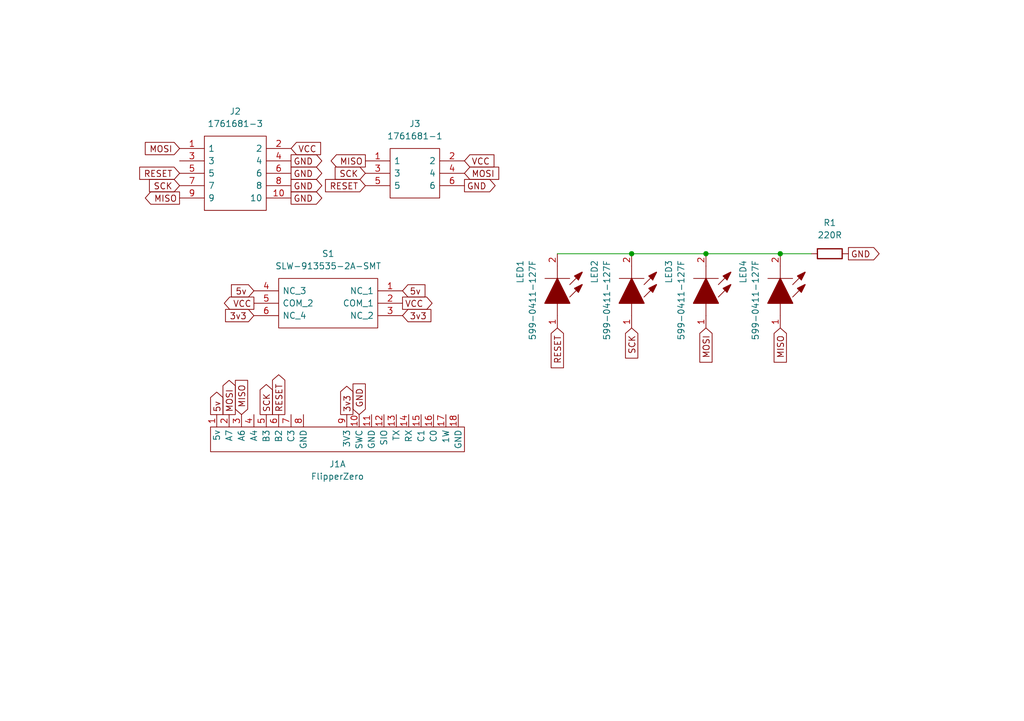
<source format=kicad_sch>
(kicad_sch (version 20230121) (generator eeschema)
  (paper "A5")
  (title_block (title "Flipper-ICSP") (date "2024-01-06") (rev "A"))
  (lib_symbols
    (symbol "Device:R" (pin_numbers hide) (pin_names (offset 0))
      (property "Reference" "R" (at 2.032 0 90))
      (property "Value" "R" (at 0 0 90))
      (symbol "R_0_1"
        (rectangle (start -1.016 -2.54) (end 1.016 2.54) (stroke (width 0.254)))
      )
      (symbol "R_1_1"
        (pin passive line (at 0 3.81 270) (length 1.27) (name "~") (number "1"))
        (pin passive line (at 0 -3.81 90) (length 1.27) (name "~") (number "2"))
      )
    )
    (symbol "FlipperZero:FlipperZero" (in_bom no)
      (property "Reference" "J" (at -21.59 -7.62 0))
      (property "Value" "FlipperZero" (at 0 -7.62 0))
      (symbol "FlipperZero_0_1"
        (rectangle (start -22.86 -1.27) (end 29.21 -6.35))
      )
      (symbol "FlipperZero_1_1"
        (pin input line (at -21.59 1.27 270) (length 2.54) (name "5v") (number "1"))
        (pin input line (at 7.62 1.27 270) (length 2.54) (name "SWC") (number "10"))
        (pin input line (at 10.16 1.27 270) (length 2.54) (name "GND") (number "11"))
        (pin input line (at 12.7 1.27 270) (length 2.54) (name "SIO") (number "12"))
        (pin input line (at 15.24 1.27 270) (length 2.54) (name "TX") (number "13"))
        (pin input line (at 17.78 1.27 270) (length 2.54) (name "RX") (number "14"))
        (pin input line (at 20.32 1.27 270) (length 2.54) (name "C1") (number "15"))
        (pin input line (at 22.86 1.27 270) (length 2.54) (name "C0") (number "16"))
        (pin input line (at 25.4 1.27 270) (length 2.54) (name "1W") (number "17"))
        (pin input line (at 27.94 1.27 270) (length 2.54) (name "GND") (number "18"))
        (pin input line (at -19.05 1.27 270) (length 2.54) (name "A7") (number "2"))
        (pin input line (at -16.51 1.27 270) (length 2.54) (name "A6") (number "3"))
        (pin input line (at -13.97 1.27 270) (length 2.54) (name "A4") (number "4"))
        (pin input line (at -11.43 1.27 270) (length 2.54) (name "B3") (number "5"))
        (pin input line (at -8.89 1.27 270) (length 2.54) (name "B2") (number "6"))
        (pin input line (at -6.35 1.27 270) (length 2.54) (name "C3") (number "7"))
        (pin input line (at -3.81 1.27 270) (length 2.54) (name "GND") (number "8"))
        (pin input line (at 5.08 1.27 270) (length 2.54) (name "3V3") (number "9"))
      )
      (symbol "FlipperZero_2_1"
        (pin input line (at -21.59 1.27 270) (length 2.54) (name "5v") (number "1-UB"))
        (pin input line (at 7.62 1.27 270) (length 2.54) (name "SWC") (number "10-UB"))
        (pin input line (at 10.16 1.27 270) (length 2.54) (name "GND") (number "11-UB"))
        (pin input line (at 12.7 1.27 270) (length 2.54) (name "SIO") (number "12-UB"))
        (pin input line (at 15.24 1.27 270) (length 2.54) (name "TX") (number "13-UB"))
        (pin input line (at 17.78 1.27 270) (length 2.54) (name "RX") (number "14-UB"))
        (pin input line (at 20.32 1.27 270) (length 2.54) (name "C1") (number "15-UB"))
        (pin input line (at 22.86 1.27 270) (length 2.54) (name "C0") (number "16-UB"))
        (pin input line (at 25.4 1.27 270) (length 2.54) (name "1W") (number "17-UB"))
        (pin input line (at 27.94 1.27 270) (length 2.54) (name "GND") (number "18-UB"))
        (pin input line (at -19.05 1.27 270) (length 2.54) (name "A7") (number "2-UB"))
        (pin input line (at -16.51 1.27 270) (length 2.54) (name "A6") (number "3-UB"))
        (pin input line (at -13.97 1.27 270) (length 2.54) (name "A4") (number "4-UB"))
        (pin input line (at -11.43 1.27 270) (length 2.54) (name "B3") (number "5-UB"))
        (pin input line (at -8.89 1.27 270) (length 2.54) (name "B2") (number "6-UB"))
        (pin input line (at -6.35 1.27 270) (length 2.54) (name "C3") (number "7-UB"))
        (pin input line (at -3.81 1.27 270) (length 2.54) (name "GND") (number "8-UB"))
        (pin input line (at 5.08 1.27 270) (length 2.54) (name "3V3") (number "9-UB"))
      )
      (symbol "FlipperZero_3_1"
        (pin input line (at -21.59 1.27 270) (length 2.54) (name "5v") (number "1-UC"))
        (pin input line (at 7.62 1.27 270) (length 2.54) (name "SWC") (number "10-UC"))
        (pin input line (at 10.16 1.27 270) (length 2.54) (name "GND") (number "11-UC"))
        (pin input line (at 12.7 1.27 270) (length 2.54) (name "SIO") (number "12-UC"))
        (pin input line (at 15.24 1.27 270) (length 2.54) (name "TX") (number "13-UC"))
        (pin input line (at 17.78 1.27 270) (length 2.54) (name "RX") (number "14-UC"))
        (pin input line (at 20.32 1.27 270) (length 2.54) (name "C1") (number "15-UC"))
        (pin input line (at 22.86 1.27 270) (length 2.54) (name "C0") (number "16-UC"))
        (pin input line (at 25.4 1.27 270) (length 2.54) (name "1W") (number "17-UC"))
        (pin input line (at 27.94 1.27 270) (length 2.54) (name "GND") (number "18-UC"))
        (pin input line (at -19.05 1.27 270) (length 2.54) (name "A7") (number "2-UC"))
        (pin input line (at -16.51 1.27 270) (length 2.54) (name "A6") (number "3-UC"))
        (pin input line (at -13.97 1.27 270) (length 2.54) (name "A4") (number "4-UC"))
        (pin input line (at -11.43 1.27 270) (length 2.54) (name "B3") (number "5-UC"))
        (pin input line (at -8.89 1.27 270) (length 2.54) (name "B2") (number "6-UC"))
        (pin input line (at -6.35 1.27 270) (length 2.54) (name "C3") (number "7-UC"))
        (pin input line (at -3.81 1.27 270) (length 2.54) (name "GND") (number "8-UC"))
        (pin input line (at 5.08 1.27 270) (length 2.54) (name "3V3") (number "9-UC"))
      )
      (symbol "FlipperZero_4_1"
        (pin input line (at -21.59 1.27 270) (length 2.54) (name "5v") (number "1-UD"))
        (pin input line (at 7.62 1.27 270) (length 2.54) (name "SWC") (number "10-UD"))
        (pin input line (at 10.16 1.27 270) (length 2.54) (name "GND") (number "11-UD"))
        (pin input line (at 12.7 1.27 270) (length 2.54) (name "SIO") (number "12-UD"))
        (pin input line (at 15.24 1.27 270) (length 2.54) (name "TX") (number "13-UD"))
        (pin input line (at 17.78 1.27 270) (length 2.54) (name "RX") (number "14-UD"))
        (pin input line (at 20.32 1.27 270) (length 2.54) (name "C1") (number "15-UD"))
        (pin input line (at 22.86 1.27 270) (length 2.54) (name "C0") (number "16-UD"))
        (pin input line (at 25.4 1.27 270) (length 2.54) (name "1W") (number "17-UD"))
        (pin input line (at 27.94 1.27 270) (length 2.54) (name "GND") (number "18-UD"))
        (pin input line (at -19.05 1.27 270) (length 2.54) (name "A7") (number "2-UD"))
        (pin input line (at -16.51 1.27 270) (length 2.54) (name "A6") (number "3-UD"))
        (pin input line (at -13.97 1.27 270) (length 2.54) (name "A4") (number "4-UD"))
        (pin input line (at -11.43 1.27 270) (length 2.54) (name "B3") (number "5-UD"))
        (pin input line (at -8.89 1.27 270) (length 2.54) (name "B2") (number "6-UD"))
        (pin input line (at -6.35 1.27 270) (length 2.54) (name "C3") (number "7-UD"))
        (pin input line (at -3.81 1.27 270) (length 2.54) (name "GND") (number "8-UD"))
        (pin input line (at 5.08 1.27 270) (length 2.54) (name "3V3") (number "9-UD"))
      )
      (symbol "FlipperZero_5_1"
        (pin input line (at -21.59 1.27 270) (length 2.54) (name "5v") (number "1-UE"))
        (pin input line (at 7.62 1.27 270) (length 2.54) (name "SWC") (number "10-UE"))
        (pin input line (at 10.16 1.27 270) (length 2.54) (name "GND") (number "11-UE"))
        (pin input line (at 12.7 1.27 270) (length 2.54) (name "SIO") (number "12-UE"))
        (pin input line (at 15.24 1.27 270) (length 2.54) (name "TX") (number "13-UE"))
        (pin input line (at 17.78 1.27 270) (length 2.54) (name "RX") (number "14-UE"))
        (pin input line (at 20.32 1.27 270) (length 2.54) (name "C1") (number "15-UE"))
        (pin input line (at 22.86 1.27 270) (length 2.54) (name "C0") (number "16-UE"))
        (pin input line (at 25.4 1.27 270) (length 2.54) (name "1W") (number "17-UE"))
        (pin input line (at 27.94 1.27 270) (length 2.54) (name "GND") (number "18-UE"))
        (pin input line (at -19.05 1.27 270) (length 2.54) (name "A7") (number "2-UE"))
        (pin input line (at -16.51 1.27 270) (length 2.54) (name "A6") (number "3-UE"))
        (pin input line (at -13.97 1.27 270) (length 2.54) (name "A4") (number "4-UE"))
        (pin input line (at -11.43 1.27 270) (length 2.54) (name "B3") (number "5-UE"))
        (pin input line (at -8.89 1.27 270) (length 2.54) (name "B2") (number "6-UE"))
        (pin input line (at -6.35 1.27 270) (length 2.54) (name "C3") (number "7-UE"))
        (pin input line (at -3.81 1.27 270) (length 2.54) (name "GND") (number "8-UE"))
        (pin input line (at 5.08 1.27 270) (length 2.54) (name "3V3") (number "9-UE"))
      )
      (symbol "FlipperZero_6_1"
        (pin input line (at -21.59 1.27 270) (length 2.54) (name "5v") (number "1-UF"))
        (pin input line (at 7.62 1.27 270) (length 2.54) (name "SWC") (number "10-UF"))
        (pin input line (at 10.16 1.27 270) (length 2.54) (name "GND") (number "11-UF"))
        (pin input line (at 12.7 1.27 270) (length 2.54) (name "SIO") (number "12-UF"))
        (pin input line (at 15.24 1.27 270) (length 2.54) (name "TX") (number "13-UF"))
        (pin input line (at 17.78 1.27 270) (length 2.54) (name "RX") (number "14-UF"))
        (pin input line (at 20.32 1.27 270) (length 2.54) (name "C1") (number "15-UF"))
        (pin input line (at 22.86 1.27 270) (length 2.54) (name "C0") (number "16-UF"))
        (pin input line (at 25.4 1.27 270) (length 2.54) (name "1W") (number "17-UF"))
        (pin input line (at 27.94 1.27 270) (length 2.54) (name "GND") (number "18-UF"))
        (pin input line (at -19.05 1.27 270) (length 2.54) (name "A7") (number "2-UF"))
        (pin input line (at -16.51 1.27 270) (length 2.54) (name "A6") (number "3-UF"))
        (pin input line (at -13.97 1.27 270) (length 2.54) (name "A4") (number "4-UF"))
        (pin input line (at -11.43 1.27 270) (length 2.54) (name "B3") (number "5-UF"))
        (pin input line (at -8.89 1.27 270) (length 2.54) (name "B2") (number "6-UF"))
        (pin input line (at -6.35 1.27 270) (length 2.54) (name "C3") (number "7-UF"))
        (pin input line (at -3.81 1.27 270) (length 2.54) (name "GND") (number "8-UF"))
        (pin input line (at 5.08 1.27 270) (length 2.54) (name "3V3") (number "9-UF"))
      )
      (symbol "FlipperZero_7_1"
        (pin input line (at -21.59 1.27 270) (length 2.54) (name "5v") (number "1-UG"))
        (pin input line (at 7.62 1.27 270) (length 2.54) (name "SWC") (number "10-UG"))
        (pin input line (at 10.16 1.27 270) (length 2.54) (name "GND") (number "11-UG"))
        (pin input line (at 12.7 1.27 270) (length 2.54) (name "SIO") (number "12-UG"))
        (pin input line (at 15.24 1.27 270) (length 2.54) (name "TX") (number "13-UG"))
        (pin input line (at 17.78 1.27 270) (length 2.54) (name "RX") (number "14-UG"))
        (pin input line (at 20.32 1.27 270) (length 2.54) (name "C1") (number "15-UG"))
        (pin input line (at 22.86 1.27 270) (length 2.54) (name "C0") (number "16-UG"))
        (pin input line (at 25.4 1.27 270) (length 2.54) (name "1W") (number "17-UG"))
        (pin input line (at 27.94 1.27 270) (length 2.54) (name "GND") (number "18-UG"))
        (pin input line (at -19.05 1.27 270) (length 2.54) (name "A7") (number "2-UG"))
        (pin input line (at -16.51 1.27 270) (length 2.54) (name "A6") (number "3-UG"))
        (pin input line (at -13.97 1.27 270) (length 2.54) (name "A4") (number "4-UG"))
        (pin input line (at -11.43 1.27 270) (length 2.54) (name "B3") (number "5-UG"))
        (pin input line (at -8.89 1.27 270) (length 2.54) (name "B2") (number "6-UG"))
        (pin input line (at -6.35 1.27 270) (length 2.54) (name "C3") (number "7-UG"))
        (pin input line (at -3.81 1.27 270) (length 2.54) (name "GND") (number "8-UG"))
        (pin input line (at 5.08 1.27 270) (length 2.54) (name "3V3") (number "9-UG"))
      )
      (symbol "FlipperZero_8_1"
        (pin input line (at -21.59 1.27 270) (length 2.54) (name "5v") (number "1-UH"))
        (pin input line (at 7.62 1.27 270) (length 2.54) (name "SWC") (number "10-UH"))
        (pin input line (at 10.16 1.27 270) (length 2.54) (name "GND") (number "11-UH"))
        (pin input line (at 12.7 1.27 270) (length 2.54) (name "SIO") (number "12-UH"))
        (pin input line (at 15.24 1.27 270) (length 2.54) (name "TX") (number "13-UH"))
        (pin input line (at 17.78 1.27 270) (length 2.54) (name "RX") (number "14-UH"))
        (pin input line (at 20.32 1.27 270) (length 2.54) (name "C1") (number "15-UH"))
        (pin input line (at 22.86 1.27 270) (length 2.54) (name "C0") (number "16-UH"))
        (pin input line (at 25.4 1.27 270) (length 2.54) (name "1W") (number "17-UH"))
        (pin input line (at 27.94 1.27 270) (length 2.54) (name "GND") (number "18-UH"))
        (pin input line (at -19.05 1.27 270) (length 2.54) (name "A7") (number "2-UH"))
        (pin input line (at -16.51 1.27 270) (length 2.54) (name "A6") (number "3-UH"))
        (pin input line (at -13.97 1.27 270) (length 2.54) (name "A4") (number "4-UH"))
        (pin input line (at -11.43 1.27 270) (length 2.54) (name "B3") (number "5-UH"))
        (pin input line (at -8.89 1.27 270) (length 2.54) (name "B2") (number "6-UH"))
        (pin input line (at -6.35 1.27 270) (length 2.54) (name "C3") (number "7-UH"))
        (pin input line (at -3.81 1.27 270) (length 2.54) (name "GND") (number "8-UH"))
        (pin input line (at 5.08 1.27 270) (length 2.54) (name "3V3") (number "9-UH"))
      )
      (symbol "FlipperZero_9_1"
        (pin input line (at -21.59 1.27 270) (length 2.54) (name "5v") (number "1-UI"))
        (pin input line (at 7.62 1.27 270) (length 2.54) (name "SWC") (number "10-UI"))
        (pin input line (at 10.16 1.27 270) (length 2.54) (name "GND") (number "11-UI"))
        (pin input line (at 12.7 1.27 270) (length 2.54) (name "SIO") (number "12-UI"))
        (pin input line (at 15.24 1.27 270) (length 2.54) (name "TX") (number "13-UI"))
        (pin input line (at 17.78 1.27 270) (length 2.54) (name "RX") (number "14-UI"))
        (pin input line (at 20.32 1.27 270) (length 2.54) (name "C1") (number "15-UI"))
        (pin input line (at 22.86 1.27 270) (length 2.54) (name "C0") (number "16-UI"))
        (pin input line (at 25.4 1.27 270) (length 2.54) (name "1W") (number "17-UI"))
        (pin input line (at 27.94 1.27 270) (length 2.54) (name "GND") (number "18-UI"))
        (pin input line (at -19.05 1.27 270) (length 2.54) (name "A7") (number "2-UI"))
        (pin input line (at -16.51 1.27 270) (length 2.54) (name "A6") (number "3-UI"))
        (pin input line (at -13.97 1.27 270) (length 2.54) (name "A4") (number "4-UI"))
        (pin input line (at -11.43 1.27 270) (length 2.54) (name "B3") (number "5-UI"))
        (pin input line (at -8.89 1.27 270) (length 2.54) (name "B2") (number "6-UI"))
        (pin input line (at -6.35 1.27 270) (length 2.54) (name "C3") (number "7-UI"))
        (pin input line (at -3.81 1.27 270) (length 2.54) (name "GND") (number "8-UI"))
        (pin input line (at 5.08 1.27 270) (length 2.54) (name "3V3") (number "9-UI"))
      )
      (symbol "FlipperZero_10_1"
        (pin input line (at -21.59 1.27 270) (length 2.54) (name "5v") (number "1-UJ"))
        (pin input line (at 7.62 1.27 270) (length 2.54) (name "SWC") (number "10-UJ"))
        (pin input line (at 10.16 1.27 270) (length 2.54) (name "GND") (number "11-UJ"))
        (pin input line (at 12.7 1.27 270) (length 2.54) (name "SIO") (number "12-UJ"))
        (pin input line (at 15.24 1.27 270) (length 2.54) (name "TX") (number "13-UJ"))
        (pin input line (at 17.78 1.27 270) (length 2.54) (name "RX") (number "14-UJ"))
        (pin input line (at 20.32 1.27 270) (length 2.54) (name "C1") (number "15-UJ"))
        (pin input line (at 22.86 1.27 270) (length 2.54) (name "C0") (number "16-UJ"))
        (pin input line (at 25.4 1.27 270) (length 2.54) (name "1W") (number "17-UJ"))
        (pin input line (at 27.94 1.27 270) (length 2.54) (name "GND") (number "18-UJ"))
        (pin input line (at -19.05 1.27 270) (length 2.54) (name "A7") (number "2-UJ"))
        (pin input line (at -16.51 1.27 270) (length 2.54) (name "A6") (number "3-UJ"))
        (pin input line (at -13.97 1.27 270) (length 2.54) (name "A4") (number "4-UJ"))
        (pin input line (at -11.43 1.27 270) (length 2.54) (name "B3") (number "5-UJ"))
        (pin input line (at -8.89 1.27 270) (length 2.54) (name "B2") (number "6-UJ"))
        (pin input line (at -6.35 1.27 270) (length 2.54) (name "C3") (number "7-UJ"))
        (pin input line (at -3.81 1.27 270) (length 2.54) (name "GND") (number "8-UJ"))
        (pin input line (at 5.08 1.27 270) (length 2.54) (name "3V3") (number "9-UJ"))
      )
      (symbol "FlipperZero_11_1"
        (pin input line (at -21.59 1.27 270) (length 2.54) (name "5v") (number "1-UK"))
        (pin input line (at 7.62 1.27 270) (length 2.54) (name "SWC") (number "10-UK"))
        (pin input line (at 10.16 1.27 270) (length 2.54) (name "GND") (number "11-UK"))
        (pin input line (at 12.7 1.27 270) (length 2.54) (name "SIO") (number "12-UK"))
        (pin input line (at 15.24 1.27 270) (length 2.54) (name "TX") (number "13-UK"))
        (pin input line (at 17.78 1.27 270) (length 2.54) (name "RX") (number "14-UK"))
        (pin input line (at 20.32 1.27 270) (length 2.54) (name "C1") (number "15-UK"))
        (pin input line (at 22.86 1.27 270) (length 2.54) (name "C0") (number "16-UK"))
        (pin input line (at 25.4 1.27 270) (length 2.54) (name "1W") (number "17-UK"))
        (pin input line (at 27.94 1.27 270) (length 2.54) (name "GND") (number "18-UK"))
        (pin input line (at -19.05 1.27 270) (length 2.54) (name "A7") (number "2-UK"))
        (pin input line (at -16.51 1.27 270) (length 2.54) (name "A6") (number "3-UK"))
        (pin input line (at -13.97 1.27 270) (length 2.54) (name "A4") (number "4-UK"))
        (pin input line (at -11.43 1.27 270) (length 2.54) (name "B3") (number "5-UK"))
        (pin input line (at -8.89 1.27 270) (length 2.54) (name "B2") (number "6-UK"))
        (pin input line (at -6.35 1.27 270) (length 2.54) (name "C3") (number "7-UK"))
        (pin input line (at -3.81 1.27 270) (length 2.54) (name "GND") (number "8-UK"))
        (pin input line (at 5.08 1.27 270) (length 2.54) (name "3V3") (number "9-UK"))
      )
      (symbol "FlipperZero_12_1"
        (pin input line (at -21.59 1.27 270) (length 2.54) (name "5v") (number "1-UL"))
        (pin input line (at 7.62 1.27 270) (length 2.54) (name "SWC") (number "10-UL"))
        (pin input line (at 10.16 1.27 270) (length 2.54) (name "GND") (number "11-UL"))
        (pin input line (at 12.7 1.27 270) (length 2.54) (name "SIO") (number "12-UL"))
        (pin input line (at 15.24 1.27 270) (length 2.54) (name "TX") (number "13-UL"))
        (pin input line (at 17.78 1.27 270) (length 2.54) (name "RX") (number "14-UL"))
        (pin input line (at 20.32 1.27 270) (length 2.54) (name "C1") (number "15-UL"))
        (pin input line (at 22.86 1.27 270) (length 2.54) (name "C0") (number "16-UL"))
        (pin input line (at 25.4 1.27 270) (length 2.54) (name "1W") (number "17-UL"))
        (pin input line (at 27.94 1.27 270) (length 2.54) (name "GND") (number "18-UL"))
        (pin input line (at -19.05 1.27 270) (length 2.54) (name "A7") (number "2-UL"))
        (pin input line (at -16.51 1.27 270) (length 2.54) (name "A6") (number "3-UL"))
        (pin input line (at -13.97 1.27 270) (length 2.54) (name "A4") (number "4-UL"))
        (pin input line (at -11.43 1.27 270) (length 2.54) (name "B3") (number "5-UL"))
        (pin input line (at -8.89 1.27 270) (length 2.54) (name "B2") (number "6-UL"))
        (pin input line (at -6.35 1.27 270) (length 2.54) (name "C3") (number "7-UL"))
        (pin input line (at -3.81 1.27 270) (length 2.54) (name "GND") (number "8-UL"))
        (pin input line (at 5.08 1.27 270) (length 2.54) (name "3V3") (number "9-UL"))
      )
      (symbol "FlipperZero_13_1"
        (pin input line (at -21.59 1.27 270) (length 2.54) (name "5v") (number "1-UM"))
        (pin input line (at 7.62 1.27 270) (length 2.54) (name "SWC") (number "10-UM"))
        (pin input line (at 10.16 1.27 270) (length 2.54) (name "GND") (number "11-UM"))
        (pin input line (at 12.7 1.27 270) (length 2.54) (name "SIO") (number "12-UM"))
        (pin input line (at 15.24 1.27 270) (length 2.54) (name "TX") (number "13-UM"))
        (pin input line (at 17.78 1.27 270) (length 2.54) (name "RX") (number "14-UM"))
        (pin input line (at 20.32 1.27 270) (length 2.54) (name "C1") (number "15-UM"))
        (pin input line (at 22.86 1.27 270) (length 2.54) (name "C0") (number "16-UM"))
        (pin input line (at 25.4 1.27 270) (length 2.54) (name "1W") (number "17-UM"))
        (pin input line (at 27.94 1.27 270) (length 2.54) (name "GND") (number "18-UM"))
        (pin input line (at -19.05 1.27 270) (length 2.54) (name "A7") (number "2-UM"))
        (pin input line (at -16.51 1.27 270) (length 2.54) (name "A6") (number "3-UM"))
        (pin input line (at -13.97 1.27 270) (length 2.54) (name "A4") (number "4-UM"))
        (pin input line (at -11.43 1.27 270) (length 2.54) (name "B3") (number "5-UM"))
        (pin input line (at -8.89 1.27 270) (length 2.54) (name "B2") (number "6-UM"))
        (pin input line (at -6.35 1.27 270) (length 2.54) (name "C3") (number "7-UM"))
        (pin input line (at -3.81 1.27 270) (length 2.54) (name "GND") (number "8-UM"))
        (pin input line (at 5.08 1.27 270) (length 2.54) (name "3V3") (number "9-UM"))
      )
      (symbol "FlipperZero_14_1"
        (pin input line (at -21.59 1.27 270) (length 2.54) (name "5v") (number "1-UN"))
        (pin input line (at 7.62 1.27 270) (length 2.54) (name "SWC") (number "10-UN"))
        (pin input line (at 10.16 1.27 270) (length 2.54) (name "GND") (number "11-UN"))
        (pin input line (at 12.7 1.27 270) (length 2.54) (name "SIO") (number "12-UN"))
        (pin input line (at 15.24 1.27 270) (length 2.54) (name "TX") (number "13-UN"))
        (pin input line (at 17.78 1.27 270) (length 2.54) (name "RX") (number "14-UN"))
        (pin input line (at 20.32 1.27 270) (length 2.54) (name "C1") (number "15-UN"))
        (pin input line (at 22.86 1.27 270) (length 2.54) (name "C0") (number "16-UN"))
        (pin input line (at 25.4 1.27 270) (length 2.54) (name "1W") (number "17-UN"))
        (pin input line (at 27.94 1.27 270) (length 2.54) (name "GND") (number "18-UN"))
        (pin input line (at -19.05 1.27 270) (length 2.54) (name "A7") (number "2-UN"))
        (pin input line (at -16.51 1.27 270) (length 2.54) (name "A6") (number "3-UN"))
        (pin input line (at -13.97 1.27 270) (length 2.54) (name "A4") (number "4-UN"))
        (pin input line (at -11.43 1.27 270) (length 2.54) (name "B3") (number "5-UN"))
        (pin input line (at -8.89 1.27 270) (length 2.54) (name "B2") (number "6-UN"))
        (pin input line (at -6.35 1.27 270) (length 2.54) (name "C3") (number "7-UN"))
        (pin input line (at -3.81 1.27 270) (length 2.54) (name "GND") (number "8-UN"))
        (pin input line (at 5.08 1.27 270) (length 2.54) (name "3V3") (number "9-UN"))
      )
      (symbol "FlipperZero_15_1"
        (pin input line (at -21.59 1.27 270) (length 2.54) (name "5v") (number "1-UO"))
        (pin input line (at 7.62 1.27 270) (length 2.54) (name "SWC") (number "10-UO"))
        (pin input line (at 10.16 1.27 270) (length 2.54) (name "GND") (number "11-UO"))
        (pin input line (at 12.7 1.27 270) (length 2.54) (name "SIO") (number "12-UO"))
        (pin input line (at 15.24 1.27 270) (length 2.54) (name "TX") (number "13-UO"))
        (pin input line (at 17.78 1.27 270) (length 2.54) (name "RX") (number "14-UO"))
        (pin input line (at 20.32 1.27 270) (length 2.54) (name "C1") (number "15-UO"))
        (pin input line (at 22.86 1.27 270) (length 2.54) (name "C0") (number "16-UO"))
        (pin input line (at 25.4 1.27 270) (length 2.54) (name "1W") (number "17-UO"))
        (pin input line (at 27.94 1.27 270) (length 2.54) (name "GND") (number "18-UO"))
        (pin input line (at -19.05 1.27 270) (length 2.54) (name "A7") (number "2-UO"))
        (pin input line (at -16.51 1.27 270) (length 2.54) (name "A6") (number "3-UO"))
        (pin input line (at -13.97 1.27 270) (length 2.54) (name "A4") (number "4-UO"))
        (pin input line (at -11.43 1.27 270) (length 2.54) (name "B3") (number "5-UO"))
        (pin input line (at -8.89 1.27 270) (length 2.54) (name "B2") (number "6-UO"))
        (pin input line (at -6.35 1.27 270) (length 2.54) (name "C3") (number "7-UO"))
        (pin input line (at -3.81 1.27 270) (length 2.54) (name "GND") (number "8-UO"))
        (pin input line (at 5.08 1.27 270) (length 2.54) (name "3V3") (number "9-UO"))
      )
      (symbol "FlipperZero_16_1"
        (pin input line (at -21.59 1.27 270) (length 2.54) (name "5v") (number "1-UP"))
        (pin input line (at 7.62 1.27 270) (length 2.54) (name "SWC") (number "10-UP"))
        (pin input line (at 10.16 1.27 270) (length 2.54) (name "GND") (number "11-UP"))
        (pin input line (at 12.7 1.27 270) (length 2.54) (name "SIO") (number "12-UP"))
        (pin input line (at 15.24 1.27 270) (length 2.54) (name "TX") (number "13-UP"))
        (pin input line (at 17.78 1.27 270) (length 2.54) (name "RX") (number "14-UP"))
        (pin input line (at 20.32 1.27 270) (length 2.54) (name "C1") (number "15-UP"))
        (pin input line (at 22.86 1.27 270) (length 2.54) (name "C0") (number "16-UP"))
        (pin input line (at 25.4 1.27 270) (length 2.54) (name "1W") (number "17-UP"))
        (pin input line (at 27.94 1.27 270) (length 2.54) (name "GND") (number "18-UP"))
        (pin input line (at -19.05 1.27 270) (length 2.54) (name "A7") (number "2-UP"))
        (pin input line (at -16.51 1.27 270) (length 2.54) (name "A6") (number "3-UP"))
        (pin input line (at -13.97 1.27 270) (length 2.54) (name "A4") (number "4-UP"))
        (pin input line (at -11.43 1.27 270) (length 2.54) (name "B3") (number "5-UP"))
        (pin input line (at -8.89 1.27 270) (length 2.54) (name "B2") (number "6-UP"))
        (pin input line (at -6.35 1.27 270) (length 2.54) (name "C3") (number "7-UP"))
        (pin input line (at -3.81 1.27 270) (length 2.54) (name "GND") (number "8-UP"))
        (pin input line (at 5.08 1.27 270) (length 2.54) (name "3V3") (number "9-UP"))
      )
      (symbol "FlipperZero_17_1"
        (pin input line (at -21.59 1.27 270) (length 2.54) (name "5v") (number "1-UQ"))
        (pin input line (at 7.62 1.27 270) (length 2.54) (name "SWC") (number "10-UQ"))
        (pin input line (at 10.16 1.27 270) (length 2.54) (name "GND") (number "11-UQ"))
        (pin input line (at 12.7 1.27 270) (length 2.54) (name "SIO") (number "12-UQ"))
        (pin input line (at 15.24 1.27 270) (length 2.54) (name "TX") (number "13-UQ"))
        (pin input line (at 17.78 1.27 270) (length 2.54) (name "RX") (number "14-UQ"))
        (pin input line (at 20.32 1.27 270) (length 2.54) (name "C1") (number "15-UQ"))
        (pin input line (at 22.86 1.27 270) (length 2.54) (name "C0") (number "16-UQ"))
        (pin input line (at 25.4 1.27 270) (length 2.54) (name "1W") (number "17-UQ"))
        (pin input line (at 27.94 1.27 270) (length 2.54) (name "GND") (number "18-UQ"))
        (pin input line (at -19.05 1.27 270) (length 2.54) (name "A7") (number "2-UQ"))
        (pin input line (at -16.51 1.27 270) (length 2.54) (name "A6") (number "3-UQ"))
        (pin input line (at -13.97 1.27 270) (length 2.54) (name "A4") (number "4-UQ"))
        (pin input line (at -11.43 1.27 270) (length 2.54) (name "B3") (number "5-UQ"))
        (pin input line (at -8.89 1.27 270) (length 2.54) (name "B2") (number "6-UQ"))
        (pin input line (at -6.35 1.27 270) (length 2.54) (name "C3") (number "7-UQ"))
        (pin input line (at -3.81 1.27 270) (length 2.54) (name "GND") (number "8-UQ"))
        (pin input line (at 5.08 1.27 270) (length 2.54) (name "3V3") (number "9-UQ"))
      )
      (symbol "FlipperZero_18_1"
        (pin input line (at -21.59 1.27 270) (length 2.54) (name "5v") (number "1-UR"))
        (pin input line (at 7.62 1.27 270) (length 2.54) (name "SWC") (number "10-UR"))
        (pin input line (at 10.16 1.27 270) (length 2.54) (name "GND") (number "11-UR"))
        (pin input line (at 12.7 1.27 270) (length 2.54) (name "SIO") (number "12-UR"))
        (pin input line (at 15.24 1.27 270) (length 2.54) (name "TX") (number "13-UR"))
        (pin input line (at 17.78 1.27 270) (length 2.54) (name "RX") (number "14-UR"))
        (pin input line (at 20.32 1.27 270) (length 2.54) (name "C1") (number "15-UR"))
        (pin input line (at 22.86 1.27 270) (length 2.54) (name "C0") (number "16-UR"))
        (pin input line (at 25.4 1.27 270) (length 2.54) (name "1W") (number "17-UR"))
        (pin input line (at 27.94 1.27 270) (length 2.54) (name "GND") (number "18-UR"))
        (pin input line (at -19.05 1.27 270) (length 2.54) (name "A7") (number "2-UR"))
        (pin input line (at -16.51 1.27 270) (length 2.54) (name "A6") (number "3-UR"))
        (pin input line (at -13.97 1.27 270) (length 2.54) (name "A4") (number "4-UR"))
        (pin input line (at -11.43 1.27 270) (length 2.54) (name "B3") (number "5-UR"))
        (pin input line (at -8.89 1.27 270) (length 2.54) (name "B2") (number "6-UR"))
        (pin input line (at -6.35 1.27 270) (length 2.54) (name "C3") (number "7-UR"))
        (pin input line (at -3.81 1.27 270) (length 2.54) (name "GND") (number "8-UR"))
        (pin input line (at 5.08 1.27 270) (length 2.54) (name "3V3") (number "9-UR"))
      )
    )
    (symbol "LibraryLoader:1761681-1" (pin_names (offset 0.762))
      (property "Reference" "J" (at 16.51 7.62 0))
      (property "Value" "1761681-1" (at 16.51 5.08 0))
      (symbol "1761681-1_0_0"
        (pin passive line (at 0 0 0) (length 5.08) (name "1") (number "1"))
        (pin passive line (at 20.32 0 180) (length 5.08) (name "2") (number "2"))
        (pin passive line (at 0 -2.54 0) (length 5.08) (name "3") (number "3"))
        (pin passive line (at 20.32 -2.54 180) (length 5.08) (name "4") (number "4"))
        (pin passive line (at 0 -5.08 0) (length 5.08) (name "5") (number "5"))
        (pin passive line (at 20.32 -5.08 180) (length 5.08) (name "6") (number "6"))
      )
      (symbol "1761681-1_0_1"
        (polyline (pts (xy 5.08 2.54) (xy 15.24 2.54) (xy 15.24 -7.62) (xy 5.08 -7.62) (xy 5.08 2.54)) (stroke (width 0.1524)))
      )
    )
    (symbol "LibraryLoader:1761681-3" (pin_names (offset 0.762))
      (property "Reference" "J" (at 19.05 7.62 0))
      (property "Value" "1761681-3" (at 19.05 5.08 0))
      (symbol "1761681-3_0_0"
        (pin passive line (at 0 0 0) (length 5.08) (name "1") (number "1"))
        (pin passive line (at 22.86 -10.16 180) (length 5.08) (name "10") (number "10"))
        (pin passive line (at 22.86 0 180) (length 5.08) (name "2") (number "2"))
        (pin passive line (at 0 -2.54 0) (length 5.08) (name "3") (number "3"))
        (pin passive line (at 22.86 -2.54 180) (length 5.08) (name "4") (number "4"))
        (pin passive line (at 0 -5.08 0) (length 5.08) (name "5") (number "5"))
        (pin passive line (at 22.86 -5.08 180) (length 5.08) (name "6") (number "6"))
        (pin passive line (at 0 -7.62 0) (length 5.08) (name "7") (number "7"))
        (pin passive line (at 22.86 -7.62 180) (length 5.08) (name "8") (number "8"))
        (pin passive line (at 0 -10.16 0) (length 5.08) (name "9") (number "9"))
      )
      (symbol "1761681-3_0_1"
        (polyline (pts (xy 5.08 2.54) (xy 17.78 2.54) (xy 17.78 -12.7) (xy 5.08 -12.7) (xy 5.08 2.54)) (stroke (width 0.1524)))
      )
    )
    (symbol "LibraryLoader:599-0411-127F" (pin_names (offset 0.762))
      (property "Reference" "LED" (at 12.7 8.89 0))
      (property "Value" "599-0411-127F" (at 12.7 6.35 0))
      (symbol "599-0411-127F_0_0"
        (pin passive line (at 15.24 0 180) (length 2.54) (name "~") (number "1"))
        (pin passive line (at 0 0 0) (length 2.54) (name "~") (number "2"))
      )
      (symbol "599-0411-127F_0_1"
        (polyline (pts (xy 2.54 0) (xy 5.08 0)) (stroke (width 0.1524)))
        (polyline (pts (xy 5.08 2.54) (xy 5.08 -2.54)) (stroke (width 0.1524)))
        (polyline (pts (xy 6.35 2.54) (xy 3.81 5.08)) (stroke (width 0.1524)))
        (polyline (pts (xy 8.89 2.54) (xy 6.35 5.08)) (stroke (width 0.1524)))
        (polyline (pts (xy 10.16 0) (xy 12.7 0)) (stroke (width 0.1524)))
        (polyline (pts (xy 5.08 0) (xy 10.16 2.54) (xy 10.16 -2.54) (xy 5.08 0)) (stroke (width 0.254)) (fill (type outline)))
        (polyline (pts (xy 5.334 4.318) (xy 4.572 3.556) (xy 3.81 5.08) (xy 5.334 4.318)) (stroke (width 0.254)) (fill (type outline)))
        (polyline (pts (xy 7.874 4.318) (xy 7.112 3.556) (xy 6.35 5.08) (xy 7.874 4.318)) (stroke (width 0.254)) (fill (type outline)))
      )
    )
    (symbol "LibraryLoader:SLW-913535-2A-SMT" (pin_names (offset 0.762))
      (property "Reference" "S" (at 26.67 7.62 0))
      (property "Value" "SLW-913535-2A-SMT" (at 26.67 5.08 0))
      (symbol "SLW-913535-2A-SMT_0_0"
        (pin passive line (at 30.48 0 180) (length 5.08) (name "NC_1") (number "1"))
        (pin passive line (at 30.48 -2.54 180) (length 5.08) (name "COM_1") (number "2"))
        (pin passive line (at 30.48 -5.08 180) (length 5.08) (name "NC_2") (number "3"))
        (pin passive line (at 0 0 0) (length 5.08) (name "NC_3") (number "4"))
        (pin passive line (at 0 -2.54 0) (length 5.08) (name "COM_2") (number "5"))
        (pin passive line (at 0 -5.08 0) (length 5.08) (name "NC_4") (number "6"))
      )
      (symbol "SLW-913535-2A-SMT_0_1"
        (polyline (pts (xy 5.08 2.54) (xy 25.4 2.54) (xy 25.4 -7.62) (xy 5.08 -7.62) (xy 5.08 2.54)) (stroke (width 0.1524)))
      )
    )
  )
  (junction (at 160.02 52.07))
  (junction (at 144.78 52.07))
  (junction (at 129.54 52.07))
  (wire (pts (xy 144.78 52.07) (xy 160.02 52.07)))
  (wire (pts (xy 129.54 52.07) (xy 144.78 52.07)))
  (wire (pts (xy 114.3 52.07) (xy 129.54 52.07)))
  (wire (pts (xy 160.02 52.07) (xy 166.37 52.07)))
  (global_label "MOSI" (shape output) (at 46.99 85.09 90) (property "Intersheetrefs" "${INTERSHEET_REFS}" (effects hide)))
  (global_label "SCK" (shape output) (at 54.61 85.09 90) (property "Intersheetrefs" "${INTERSHEET_REFS}" (effects hide)))
  (global_label "RESET" (shape input) (at 74.93 38.1 180) (property "Intersheetrefs" "${INTERSHEET_REFS}" (effects hide)))
  (global_label "GND" (shape output) (at 59.69 38.1 0) (property "Intersheetrefs" "${INTERSHEET_REFS}" (effects hide)))
  (global_label "GND" (shape output) (at 59.69 40.64 0) (property "Intersheetrefs" "${INTERSHEET_REFS}" (effects hide)))
  (global_label "MOSI" (shape input) (at 36.83 30.48 180) (property "Intersheetrefs" "${INTERSHEET_REFS}" (effects hide)))
  (global_label "5v" (shape input) (at 52.07 59.69 180) (property "Intersheetrefs" "${INTERSHEET_REFS}" (effects hide)))
  (global_label "3v3" (shape output) (at 71.12 85.09 90) (property "Intersheetrefs" "${INTERSHEET_REFS}" (effects hide)))
  (global_label "SCK" (shape input) (at 74.93 35.56 180) (property "Intersheetrefs" "${INTERSHEET_REFS}" (effects hide)))
  (global_label "GND" (shape output) (at 59.69 33.02 0) (property "Intersheetrefs" "${INTERSHEET_REFS}" (effects hide)))
  (global_label "RESET" (shape output) (at 57.15 85.09 90) (property "Intersheetrefs" "${INTERSHEET_REFS}" (effects hide)))
  (global_label "RESET" (shape input) (at 36.83 35.56 180) (property "Intersheetrefs" "${INTERSHEET_REFS}" (effects hide)))
  (global_label "MISO" (shape input) (at 160.02 67.31 270) (property "Intersheetrefs" "${INTERSHEET_REFS}" (effects hide)))
  (global_label "VCC" (shape output) (at 52.07 62.23 180) (property "Intersheetrefs" "${INTERSHEET_REFS}" (effects hide)))
  (global_label "VCC" (shape input) (at 59.69 30.48 0) (property "Intersheetrefs" "${INTERSHEET_REFS}" (effects hide)))
  (global_label "GND" (shape output) (at 173.99 52.07 0) (property "Intersheetrefs" "${INTERSHEET_REFS}" (effects hide)))
  (global_label "VCC" (shape input) (at 95.25 33.02 0) (property "Intersheetrefs" "${INTERSHEET_REFS}" (effects hide)))
  (global_label "MOSI" (shape input) (at 144.78 67.31 270) (property "Intersheetrefs" "${INTERSHEET_REFS}" (effects hide)))
  (global_label "5v" (shape output) (at 44.45 85.09 90) (property "Intersheetrefs" "${INTERSHEET_REFS}" (effects hide)))
  (global_label "3v3" (shape input) (at 82.55 64.77 0) (property "Intersheetrefs" "${INTERSHEET_REFS}" (effects hide)))
  (global_label "RESET" (shape input) (at 114.3 67.31 270) (property "Intersheetrefs" "${INTERSHEET_REFS}" (effects hide)))
  (global_label "SCK" (shape input) (at 129.54 67.31 270) (property "Intersheetrefs" "${INTERSHEET_REFS}" (effects hide)))
  (global_label "VCC" (shape output) (at 82.55 62.23 0) (property "Intersheetrefs" "${INTERSHEET_REFS}" (effects hide)))
  (global_label "GND" (shape output) (at 95.25 38.1 0) (property "Intersheetrefs" "${INTERSHEET_REFS}" (effects hide)))
  (global_label "SCK" (shape input) (at 36.83 38.1 180) (property "Intersheetrefs" "${INTERSHEET_REFS}" (effects hide)))
  (global_label "GND" (shape output) (at 59.69 35.56 0) (property "Intersheetrefs" "${INTERSHEET_REFS}" (effects hide)))
  (global_label "3v3" (shape input) (at 52.07 64.77 180) (property "Intersheetrefs" "${INTERSHEET_REFS}" (effects hide)))
  (global_label "MISO" (shape output) (at 74.93 33.02 180) (property "Intersheetrefs" "${INTERSHEET_REFS}" (effects hide)))
  (global_label "GND" (shape input) (at 73.66 85.09 90) (property "Intersheetrefs" "${INTERSHEET_REFS}" (effects hide)))
  (global_label "MISO" (shape output) (at 36.83 40.64 180) (property "Intersheetrefs" "${INTERSHEET_REFS}" (effects hide)))
  (global_label "MISO" (shape input) (at 49.53 85.09 90) (property "Intersheetrefs" "${INTERSHEET_REFS}" (effects hide)))
  (global_label "MOSI" (shape input) (at 95.25 35.56 0) (property "Intersheetrefs" "${INTERSHEET_REFS}" (effects hide)))
  (global_label "5v" (shape input) (at 82.55 59.69 0) (property "Intersheetrefs" "${INTERSHEET_REFS}" (effects hide)))
  (symbol (lib_id "LibraryLoader:599-0411-127F") (at 144.78 52.07 270) (unit 1)
    (property "Reference" "LED3" (at 137.16 53.34 0) (effects (justify left)))
    (property "Value" "599-0411-127F" (at 139.7 53.34 0) (effects (justify left)))
    (property "Footprint" "5990411127F" (effects hide))
    (property "Description" "Red 630nm LED Indication - Discrete 2.1V 1206 (3216 Metric)" (effects hide))
    (property "Height" "1.5494" (effects hide))
    (property "Manufacturer_Name" "Dialight" (effects hide))
    (property "Manufacturer_Part_Number" "599-0411-127F" (effects hide))
  )
  (symbol (lib_id "LibraryLoader:599-0411-127F") (at 129.54 52.07 270) (unit 1)
    (property "Reference" "LED2" (at 121.92 53.34 0) (effects (justify left)))
    (property "Value" "599-0411-127F" (at 124.46 53.34 0) (effects (justify left)))
    (property "Footprint" "5990411127F" (effects hide))
    (property "Description" "Red 630nm LED Indication - Discrete 2.1V 1206 (3216 Metric)" (effects hide))
    (property "Height" "1.5494" (effects hide))
    (property "Manufacturer_Name" "Dialight" (effects hide))
    (property "Manufacturer_Part_Number" "599-0411-127F" (effects hide))
  )
  (symbol (lib_id "LibraryLoader:1761681-1") (at 74.93 33.02 0) (unit 1)
    (property "Reference" "J3" (at 85.09 25.4 0))
    (property "Value" "1761681-1" (at 85.09 27.94 0))
    (property "Footprint" "SHDR6W67P254_2X3_1524X916X922P" (effects hide))
    (property "Datasheet" "https://www.te.com/commerce/DocumentDelivery/DDEController?Action=showdoc&DocId=Customer+Drawing%7F1761681%7FA1%7Fpdf%7FEnglish%7FENG_CD_1761681_A1.pdf%7F1761681-1" (effects hide))
    (property "Description" "Header vert 6 way 2.54mm AmpLatch" (effects hide))
    (property "Height" "9.22" (effects hide))
    (property "Mouser Part Number" "571-1761681-1" (effects hide))
    (property "Mouser Price/Stock" "https://www.mouser.co.uk/ProductDetail/TE-Connectivity/1761681-1?qs=BqFpTYCQ3dLAeZ2wzdz7aw%3D%3D" (effects hide))
    (property "Manufacturer_Name" "TE Connectivity" (effects hide))
    (property "Manufacturer_Part_Number" "1761681-1" (effects hide))
  )
  (symbol (lib_id "LibraryLoader:599-0411-127F") (at 160.02 52.07 270) (unit 1)
    (property "Reference" "LED4" (at 152.4 53.34 0) (effects (justify left)))
    (property "Value" "599-0411-127F" (at 154.94 53.34 0) (effects (justify left)))
    (property "Footprint" "5990411127F" (effects hide))
    (property "Description" "Red 630nm LED Indication - Discrete 2.1V 1206 (3216 Metric)" (effects hide))
    (property "Height" "1.5494" (effects hide))
    (property "Manufacturer_Name" "Dialight" (effects hide))
    (property "Manufacturer_Part_Number" "599-0411-127F" (effects hide))
  )
  (symbol (lib_id "LibraryLoader:1761681-3") (at 36.83 30.48 0) (unit 1)
    (property "Reference" "J2" (at 48.26 22.86 0))
    (property "Value" "1761681-3" (at 48.26 25.4 0))
    (property "Footprint" "SHDR10W67P254_2X5_2032X916X922P" (effects hide))
    (property "Datasheet" "http://www.te.com/commerce/DocumentDelivery/DDEController?Action=srchrtrv&DocNm=1761681&DocType=Customer+Drawing&DocLang=English" (effects hide))
    (property "Description" "Shrouded hdr,male,10 way,2.54mm,PCB,180" (effects hide))
    (property "Height" "9.22" (effects hide))
    (property "Mouser Part Number" "571-1761681-3" (effects hide))
    (property "Mouser Price/Stock" "https://www.mouser.co.uk/ProductDetail/TE-Connectivity/1761681-3?qs=zDQ%2FIlbob1ssmXlOpwQNHA%3D%3D" (effects hide))
    (property "Manufacturer_Name" "TE Connectivity" (effects hide))
    (property "Manufacturer_Part_Number" "1761681-3" (effects hide))
  )
  (symbol (lib_id "LibraryLoader:599-0411-127F") (at 114.3 52.07 270) (unit 1)
    (property "Reference" "LED1" (at 106.68 53.34 0) (effects (justify left)))
    (property "Value" "599-0411-127F" (at 109.22 53.34 0) (effects (justify left)))
    (property "Footprint" "5990411127F" (effects hide))
    (property "Description" "Red 630nm LED Indication - Discrete 2.1V 1206 (3216 Metric)" (effects hide))
    (property "Height" "1.5494" (effects hide))
    (property "Manufacturer_Name" "Dialight" (effects hide))
    (property "Manufacturer_Part_Number" "599-0411-127F" (effects hide))
  )
  (symbol (lib_id "FlipperZero:FlipperZero") (at 66.04 86.36 0) (unit 1) (in_bom no)
    (property "Reference" "J1" (at 69.215 95.25 0))
    (property "Value" "FlipperZero" (at 69.215 97.79 0))
    (property "Footprint" "FlipperZero:flipper zero through hole pins" (effects hide))
  )
  (symbol (lib_id "LibraryLoader:SLW-913535-2A-SMT") (at 52.07 59.69 0) (unit 1)
    (property "Reference" "S1" (at 67.31 52.07 0))
    (property "Value" "SLW-913535-2A-SMT" (at 67.31 54.61 0))
    (property "Footprint" "SLW9135352ASMT" (effects hide))
    (property "Datasheet" "https://www.cuidevices.com/product/resource/pdf/slw-913535-2a-smt.pdf" (effects hide))
    (property "Description" "Slide Switches 9.1 x 3.5 x 3.5 mm, 2 mm Raised Slide Actuator, Vertical, Surface Mount" (effects hide))
    (property "Height" "5.9" (effects hide))
    (property "Mouser Part Number" "179-SLW-913535-2ASMT" (effects hide))
    (property "Mouser Price/Stock" "https://www.mouser.co.uk/ProductDetail/CUI-Devices/SLW-913535-2A-SMT?qs=1Kr7Jg1SGW948I6fIY1VRA%3D%3D" (effects hide))
    (property "Manufacturer_Name" "CUI Devices" (effects hide))
    (property "Manufacturer_Part_Number" "SLW-913535-2A-SMT" (effects hide))
  )
  (symbol (lib_id "Device:R") (at 170.18 52.07 90) (unit 1)
    (property "Reference" "R1" (at 170.18 45.72 90))
    (property "Value" "220R" (at 170.18 48.26 90))
    (property "Footprint" "Resistor_SMD:R_1206_3216Metric_Pad1.30x1.75mm_HandSolder" (effects hide))
  )
)
</source>
